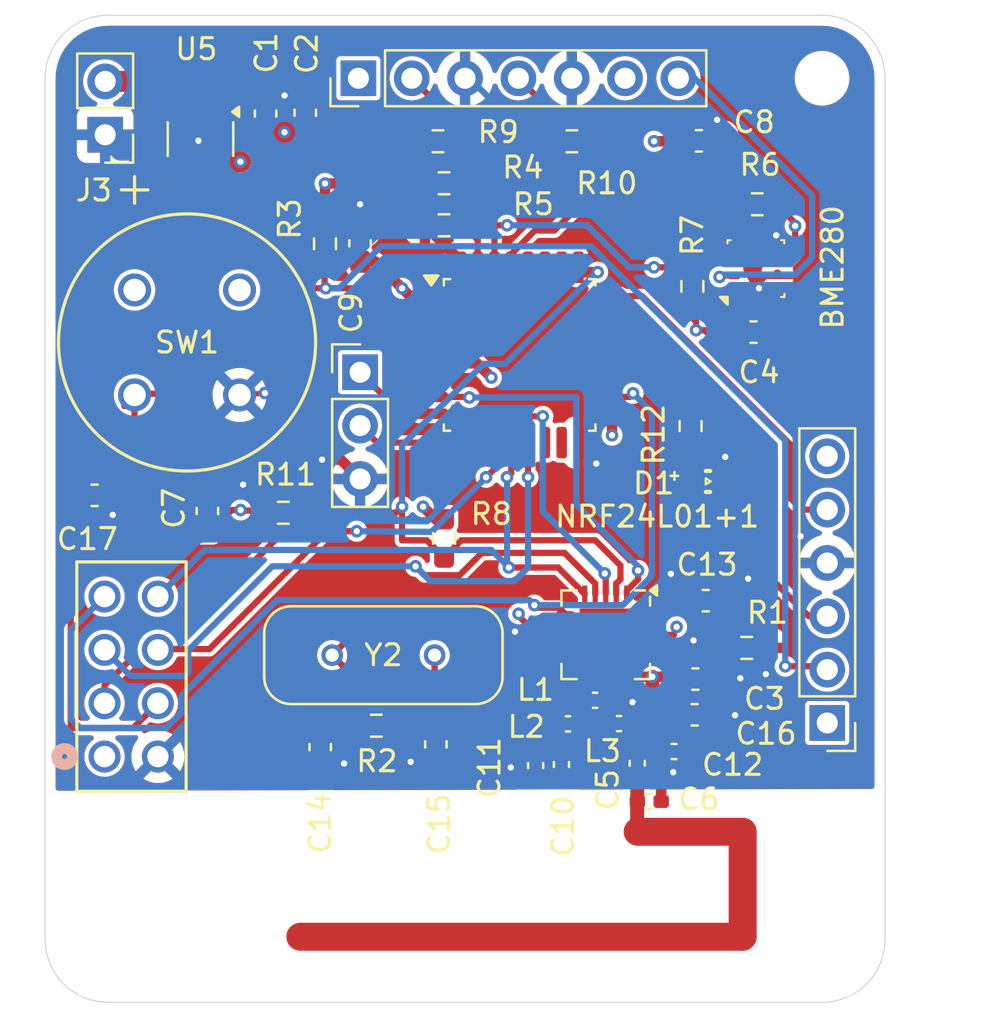
<source format=kicad_pcb>
(kicad_pcb (version 20240108) (generator "pcbnew") (generator_version "8.0")
  (layers (0 "F.Cu" signal) (1 "In1.Cu" signal) (2 "In2.Cu" signal) (31 "B.Cu" signal) (34 "B.Paste" user) (35 "F.Paste" user) (36 "B.SilkS" user "B.Silkscreen") (37 "F.SilkS" user "F.Silkscreen") (38 "B.Mask" user) (39 "F.Mask" user) (44 "Edge.Cuts" user))
  (net 0 "")
  (net 1 "+3V3")
  (net 2 "GND1")
  (net 3 "50 O out")
  (net 4 "SPI_SCK")
  (net 5 "SPI_MOSI")
  (net 6 "CS_NRF")
  (net 7 "NRF_CE")
  (net 8 "SPI_MISO")
  (net 9 "NRF_IRQ")
  (net 10 "I2C_SDA")
  (net 11 "I2C_SCL")
  (net 12 "SW_CLK")
  (net 13 "NRST")
  (net 15 "SW_DIO")
  (net 16 "UART_RX")
  (net 17 "UART_TX")
  (net 18 "PowerIn")
  (net 20 "Net-(STM32F030R8-BOOT0)")
  (net 31 "Net-(NRF24L01+1-VDD_PA)")
  (net 32 "Net-(NRF24L01+1-DVDD)")
  (net 33 "Net-(NRF24L01+1-XC2)")
  (net 34 "Net-(NRF24L01+1-XC1)")
  (net 35 "Net-(NRF24L01+1-ANT1)")
  (net 36 "Net-(NRF24L01+1-ANT2)")
  (net 37 "Net-(NRF24L01+1-IREF)")
  (net 38 "Net-(C12-Pad1)")
  (net 42 "Net-(D1-Pad2)")
  (net 44 "Net-(STM32F030R8-PA11)")
  (footprint "Capacitor_SMD:C_0603_1608Metric_Pad1.08x0.95mm_HandSolder" (layer "F.Cu") (at 170 80.8625 90)
    (property "Reference" "C9")
    (property "Value" "1uF")
  )
  (footprint "Package_DFN_QFN:QFN-20-1EP_4x4mm_P0.5mm_EP2.5x2.5mm" (layer "F.Cu") (at 181.7 99.5 -90)
    (property "Reference" "NRF24L01+1")
    (property "Value" "~")
  )
  (footprint "Inductor_SMD:L_0402_1005Metric_Pad0.77x0.64mm_HandSolder" (layer "F.Cu") (at 179.9025 103.74 180)
    (property "Reference" "L2")
    (property "Value" "2.7nH")
  )
  (footprint "Capacitor_SMD:C_0603_1608Metric_Pad1.08x0.95mm_HandSolder" (layer "F.Cu") (at 165.5 74.6825 90)
    (property "Reference" "C1")
    (property "Value" "1uF")
  )
  (footprint "Resistor_SMD:R_0603_1608Metric_Pad0.98x0.95mm_HandSolder" (layer "F.Cu") (at 188.4125 100.125)
    (property "Reference" "R1")
    (property "Value" "22k")
  )
  (footprint "Capacitor_SMD:C_0603_1608Metric_Pad1.08x0.95mm_HandSolder" (layer "F.Cu") (at 186.1375 75.98)
    (property "Reference" "C8")
    (property "Value" "1u")
  )
  (footprint "Capacitor_SMD:C_0603_1608Metric_Pad1.08x0.95mm_HandSolder" (layer "F.Cu") (at 188.7375 85.0875 180)
    (property "Reference" "C4")
    (property "Value" "1uF")
  )
  (footprint "Resistor_SMD:R_0603_1608Metric_Pad0.98x0.95mm_HandSolder" (layer "F.Cu") (at 174 80 180)
    (property "Reference" "R5")
    (property "Value" "10k")
  )
  (footprint "Capacitor_SMD:C_0603_1608Metric_Pad1.08x0.95mm_HandSolder" (layer "F.Cu") (at 162.73 93.6075 -90)
    (property "Reference" "C7")
    (property "Value" "1uF")
  )
  (footprint "MountingHole:MountingHole_2.2mm_M2" (layer "F.Cu") (at 158 114)
    (property "Reference" "H3" (hide yes))
    (property "Value" "MountingHole")
  )
  (footprint "Resistor_SMD:R_0603_1608Metric" (layer "F.Cu") (at 185.74 89.565 -90)
    (property "Reference" "R12")
    (property "Value" "1000")
  )
  (footprint "Capacitor_SMD:C_0603_1608Metric_Pad1.08x0.95mm_HandSolder" (layer "F.Cu") (at 185.9675 101.61 180)
    (property "Reference" "C3")
    (property "Value" "1uF")
  )
  (footprint "Capacitor_SMD:C_0402_1005Metric_Pad0.74x0.62mm_HandSolder" (layer "F.Cu") (at 178.36 105.7275 90)
    (property "Reference" "C11")
    (property "Value" "4.7pF")
  )
  (footprint "Capacitor_SMD:C_0402_1005Metric_Pad0.74x0.62mm_HandSolder" (layer "F.Cu") (at 183.2 105.6175 -90)
    (property "Reference" "C5")
    (property "Value" "1.5p")
  )
  (footprint "Connector_PinHeader_2.54mm:PinHeader_1x07_P2.54mm_Vertical" (layer "F.Cu") (at 169.92 73 90)
    (property "Reference" "J2" (hide yes))
    (property "Value" "BME Pin Header")
  )
  (footprint "Capacitor_SMD:C_0603_1608Metric_Pad1.08x0.95mm_HandSolder" (layer "F.Cu") (at 186.4625 97.875 180)
    (property "Reference" "C13")
    (property "Value" "33nF")
  )
  (footprint "Connector_PinHeader_2.54mm:PinHeader_1x06_P2.54mm_Vertical" (layer "F.Cu") (at 192.25 103.7 180)
    (property "Reference" "STLinkHeader1" (hide yes))
    (property "Value" "NOT SURE WHAT THIS IS")
  )
  (footprint "Capacitor_SMD:C_0603_1608Metric_Pad1.08x0.95mm_HandSolder" (layer "F.Cu") (at 185.9325 103.31 180)
    (property "Reference" "C16")
    (property "Value" "10uF")
  )
  (footprint "Resistor_SMD:R_0603_1608Metric_Pad0.98x0.95mm_HandSolder" (layer "F.Cu") (at 173.7075 76)
    (property "Reference" "R9")
    (property "Value" "4.7kO")
  )
  (footprint "Package_QFP:LQFP-32_7x7mm_P0.8mm" (layer "F.Cu") (at 177.6 86.175)
    (property "Reference" "STM32F030R8" (hide yes))
    (property "Value" "~")
  )
  (footprint "Package_TO_SOT_SMD:SOT-23-5" (layer "F.Cu") (at 162.4 75.8975 -90)
    (property "Reference" "U5")
    (property "Value" "MIC5205-3.3YM5")
  )
  (footprint "Capacitor_SMD:C_0402_1005Metric_Pad0.74x0.62mm_HandSolder" (layer "F.Cu") (at 183.7725 107.44)
    (property "Reference" "C6")
    (property "Value" "1pF")
  )
  (footprint "Connector_PinHeader_2.54mm:PinHeader_1x03_P2.54mm_Vertical" (layer "F.Cu") (at 170 87)
    (property "Reference" "UART1" (hide yes))
    (property "Value" "UART")
  )
  (footprint "Capacitor_SMD:C_0603_1608Metric_Pad1.08x0.95mm_HandSolder" (layer "F.Cu") (at 167.39 74.6425 90)
    (property "Reference" "C2")
    (property "Value" "10uF")
  )
  (footprint "Capacitor_SMD:C_0402_1005Metric_Pad0.74x0.62mm_HandSolder" (layer "F.Cu") (at 179.59 105.6775 90)
    (property "Reference" "C10")
    (property "Value" "2.2nF")
  )
  (footprint "Resistor_SMD:R_0603_1608Metric_Pad0.98x0.95mm_HandSolder" (layer "F.Cu") (at 174 78)
    (property "Reference" "R4")
    (property "Value" "no-pop")
  )
  (footprint "footprints:WL-SMCW_0603" (layer "F.Cu") (at 186.57 92.2 180)
    (property "Reference" "D1")
    (property "Value" "WL-SMCW_0603")
  )
  (footprint "Resistor_SMD:R_0603_1608Metric_Pad0.98x0.95mm_HandSolder" (layer "F.Cu") (at 168.33 80.8825 -90)
    (property "Reference" "R3")
    (property "Value" "10k")
  )
  (footprint "footprints:D6R90_CNK" (layer "F.Cu") (at 159.26 83.08001)
    (property "Reference" "SW1")
    (property "Value" "D6R90F2LFS")
  )
  (footprint "Inductor_SMD:L_0402_1005Metric_Pad0.77x0.64mm_HandSolder" (layer "F.Cu") (at 182.3325 103.73 180)
    (property "Reference" "L3")
    (property "Value" "3.9nH")
  )
  (footprint "MountingHole:MountingHole_2.2mm_M2" (layer "F.Cu") (at 192 114)
    (property "Reference" "H4" (hide yes))
    (property "Value" "MountingHole")
  )
  (footprint "Package_LGA:Bosch_LGA-8_2.5x2.5mm_P0.65mm_ClockwisePinNumbering" (layer "F.Cu") (at 188.85 82.0625 90)
    (property "Reference" "BME280")
    (property "Value" "BME280")
  )
  (footprint "Inductor_SMD:L_0402_1005Metric_Pad0.77x0.64mm_HandSolder" (layer "F.Cu") (at 181.1925 102.62)
    (property "Reference" "L1")
    (property "Value" "8.2nH")
  )
  (footprint "Resistor_SMD:R_0603_1608Metric_Pad0.98x0.95mm_HandSolder" (layer "F.Cu") (at 166.3475 93.69)
    (property "Reference" "R11")
    (property "Value" "4.7kO")
  )
  (footprint "Capacitor_SMD:C_0402_1005Metric_Pad0.74x0.62mm_HandSolder" (layer "F.Cu") (at 184.9525 105.06)
    (property "Reference" "C12")
    (property "Value" "1pF")
  )
  (footprint "footprints:CON8_2X4_TU_SSQ" (layer "F.Cu") (at 159.1 101.49 -90)
    (property "Reference" "J1" (hide yes))
    (property "Value" "NRF Pin Header")
  )
  (footprint "Resistor_SMD:R_0603_1608Metric_Pad0.98x0.95mm_HandSolder" (layer "F.Cu") (at 185.825 82.9125 90)
    (property "Reference" "R7")
    (property "Value" "4.7kO")
  )
  (footprint "Resistor_SMD:R_0603_1608Metric_Pad0.98x0.95mm_HandSolder" (layer "F.Cu") (at 174 94.9125 -90)
    (property "Reference" "R8")
    (property "Value" "4.7kO")
  )
  (footprint "Resistor_SMD:R_0603_1608Metric_Pad0.98x0.95mm_HandSolder" (layer "F.Cu") (at 170.7725 103.83)
    (property "Reference" "R2")
    (property "Value" "1M")
  )
  (footprint "Resistor_SMD:R_0603_1608Metric_Pad0.98x0.95mm_HandSolder" (layer "F.Cu") (at 188.9125 79 180)
    (property "Reference" "R6")
    (property "Value" "4.7kO")
  )
  (footprint "Capacitor_SMD:C_0603_1608Metric_Pad1.08x0.95mm_HandSolder" (layer "F.Cu") (at 173.61 104.7225 -90)
    (property "Reference" "C15")
    (property "Value" "22pF")
  )
  (footprint "Capacitor_SMD:C_0603_1608Metric_Pad1.08x0.95mm_HandSolder" (layer "F.Cu") (at 168.1 104.8525 -90)
    (property "Reference" "C14")
    (property "Value" "22pF")
  )
  (footprint "ECS-160-12-4X-GM:XTAL_ECS-160-12-4X-GM" (layer "F.Cu") (at 171.11 100.47)
    (property "Reference" "Y2")
    (property "Value" "16Mhz")
  )
  (footprint "Connector_PinHeader_2.54mm:PinHeader_1x02_P2.54mm_Vertical" (layer "F.Cu") (at 157.86 75.69 180)
    (property "Reference" "J3")
    (property "Value" "PowerHeader")
  )
  (footprint "Capacitor_SMD:C_0603_1608Metric_Pad1.08x0.95mm_HandSolder" (layer "F.Cu") (at 157.3575 92.86)
    (property "Reference" "C17")
    (property "Value" "100 nF")
  )
  (footprint "Resistor_SMD:R_0603_1608Metric_Pad0.98x0.95mm_HandSolder" (layer "F.Cu") (at 180.0875 76 180)
    (property "Reference" "R10")
    (property "Value" "4.7kO")
  )
  (footprint "MountingHole:MountingHole_2.2mm_M2" (layer "F.Cu") (at 192 73)
    (property "Reference" "H1" (hide yes))
    (property "Value" "MountingHole")
  )
  (gr_line (start 195 114) (end 195 73) (stroke (width 0.05)) (layer "Edge.Cuts"))
  (gr_arc (start 158 117) (mid 155.87868 116.12132) (end 155 114) (stroke (width 0.05)) (layer "Edge.Cuts"))
  (gr_line (start 192 70) (end 158 70) (stroke (width 0.05)) (layer "Edge.Cuts"))
  (gr_arc (start 155 73) (mid 155.87868 70.87868) (end 158 70) (stroke (width 0.05)) (layer "Edge.Cuts"))
  (gr_line (start 158 117) (end 192 117) (stroke (width 0.05)) (layer "Edge.Cuts"))
  (gr_arc (start 192 70) (mid 194.12132 70.87868) (end 195 73) (stroke (width 0.05)) (layer "Edge.Cuts"))
  (gr_arc (start 195 114) (mid 194.12132 116.12132) (end 192 117) (stroke (width 0.05)) (layer "Edge.Cuts"))
  (gr_line (start 155 73) (end 155 114) (stroke (width 0.05)) (layer "Edge.Cuts"))
  (segment (start 189.6 85.0875) (end 189.6 83.3125) (width 0.3) (layer "F.Cu") (net 1))
  (segment (start 190.72 80.03) (end 190.72 81.3675) (width 0.3) (layer "F.Cu") (net 1))
  (segment (start 176.25 87.25) (end 175.575 86.575) (width 0.5) (layer "F.Cu") (net 1))
  (segment (start 186.412568 85) (end 187.412568 86) (width 0.3) (layer "F.Cu") (net 1))
  (segment (start 174 94) (end 173.6 94) (width 0.5) (layer "F.Cu") (net 1))
  (segment (start 187.412568 86) (end 188.6875 86) (width 0.3) (layer "F.Cu") (net 1))
  (segment (start 190.72 81.3675) (end 190.35 81.7375) (width 0.3) (layer "F.Cu") (net 1))
  (segment (start 182 89) (end 182 90) (width 0.5) (layer "F.Cu") (net 1))
  (segment (start 184.95 99.25) (end 185.075 99.125) (width 0.2032) (layer "F.Cu") (net 1))
  (segment (start 190.72 79.895) (end 189.825 79) (width 0.3) (layer "F.Cu") (net 1))
  (segment (start 165.5 75.545) (end 166.375 75.545) (width 1) (layer "F.Cu") (net 1))
  (segment (start 184.62 103.31) (end 185.07 103.31) (width 0.2) (layer "F.Cu") (net 1))
  (segment (start 172 83) (end 172.375 83.375) (width 0.5) (layer "F.Cu") (net 1))
  (segment (start 190.72 80.03) (end 190.72 79.895) (width 0.3) (layer "F.Cu") (net 1))
  (segment (start 166.375 75.545) (end 166.4 75.57) (width 1) (layer "F.Cu") (net 1))
  (segment (start 181.975 88.975) (end 182 89) (width 0.2) (layer "F.Cu") (net 1))
  (segment (start 170.1625 81.875) (end 170 81.7125) (width 0.3) (layer "F.Cu") (net 1))
  (segment (start 184.95 99.5) (end 184.95 99.25) (width 0.2032) (layer "F.Cu") (net 1))
  (segment (start 181.73 76.73) (end 184.525 76.73) (width 0.3) (layer "F.Cu") (net 1))
  (segment (start 170 81.725) (end 170.725 81.725) (width 0.5) (layer "F.Cu") (net 1))
  (segment (start 166.425 75.545) (end 167.35 75.545) (width 1) (layer "F.Cu") (net 1))
  (segment (start 167.35 75.545) (end 167.39 75.505) (width 1) (layer "F.Cu") (net 1))
  (segment (start 183.92 101.5) (end 183.92 102.61) (width 0.6666) (layer "F.Cu") (net 1))
  (segment (start 173.0875 76.2925) (end 172.795 76) (width 0.5) (layer "F.Cu") (net 1))
  (segment (start 164.3 76.975) (end 164.25 77.025) (width 0.3) (layer "F.Cu") (net 1))
  (segment (start 182.89 101.5) (end 184.675 101.5) (width 0.5) (layer "F.Cu") (net 1))
  (segment (start 179.7625 99) (end 177.95 99) (width 0.3) (layer "F.Cu") (net 1))
  (segment (start 185 73.16) (end 185.16 73) (width 0.3) (layer "F.Cu") (net 1))
  (segment (start 185.825 83.825) (end 185.825 84.412432) (width 0.3) (layer "F.Cu") (net 1))
  (segment (start 187.1925 82.3875) (end 187.12 82.46) (width 0.3) (layer "F.Cu") (net 1))
  (segment (start 164.285394 93.584606) (end 164.31 93.56) (width 0.3) (layer "F.Cu") (net 1))
  (segment (start 164.31 93.56) (end 164.334606 93.584606) (width 0.3) (layer "F.Cu") (net 1))
  (segment (start 188.6875 86) (end 189.6 85.0875) (width 0.3) (layer "F.Cu") (net 1))
  (segment (start 186 84.587432) (end 186 85) (width 0.3) (layer "F.Cu") (net 1))
  (segment (start 185.825 84.412432) (end 186 84.587432) (width 0.3) (layer "F.Cu") (net 1))
  (segment (start 187.825 82.3875) (end 187.1925 82.3875) (width 0.3) (layer "F.Cu") (net 1))
  (segment (start 170.725 81.725) (end 172 83) (width 0.5) (layer "F.Cu") (net 1))
  (segment (start 190.35 81.7375) (end 189.875 81.7375) (width 0.3) (layer "F.Cu") (net 1))
  (segment (start 173.0775 78.01) (end 173.0875 78) (width 0.5) (layer "F.Cu") (net 1))
  (segment (start 164.31 93.56) (end 163.89 93.56) (width 0.3) (layer "F.Cu") (net 1))
  (segment (start 183.6375 99.5) (end 184.95 99.5) (width 0.3) (layer "F.Cu") (net 1))
  (segment (start 168.33 78.01) (end 168.33 79.97) (width 0.5) (layer "F.Cu") (net 1))
  (segment (start 181.775 88.975) (end 181.975 88.975) (width 0.2) (layer "F.Cu") (net 1))
  (segment (start 182.86 101.53) (end 182.89 101.5) (width 0.5) (layer "F.Cu") (net 1))
  (segment (start 175.575 86.575) (end 173.425 86.575) (width 0.5) (layer "F.Cu") (net 1))
  (segment (start 172.375 83.375) (end 173.425 83.375) (width 0.5) (layer "F.Cu") (net 1))
  (segment (start 165.329606 93.584606) (end 165.435 93.69) (width 0.3) (layer "F.Cu") (net 1))
  (segment (start 166.4 75.57) (end 166.425 75.545) (width 1) (layer "F.Cu") (net 1))
  (segment (start 181 76) (end 181.73 76.73) (width 0.3) (layer "F.Cu") (net 1))
  (segment (start 182.7 101.4375) (end 182.7175 101.42) (width 0.2) (layer "F.Cu") (net 1))
  (segment (start 173.0875 78) (end 173.0875 76.2925) (width 0.5) (layer "F.Cu") (net 1))
  (segment (start 183.92 102.61) (end 184.62 103.31) (width 0.6666) (layer "F.Cu") (net 1))
  (segment (start 168.33 78.01) (end 173.0775 78.01) (width 0.5) (layer "F.Cu") (net 1))
  (segment (start 185.275 76) (end 184 76) (width 0.5) (layer "F.Cu") (net 1))
  (segment (start 185.16 73) (end 185.16 73.16) (width 0.3) (layer "F.Cu") (net 1))
  (segment (start 163.89 93.56) (end 162.89 94.56) (width 0.3) (layer "F.Cu") (net 1))
  (segment (start 189.6 83.3125) (end 189.875 83.0375) (width 0.3) (layer "F.Cu") (net 1))
  (segment (start 184.675 101.5) (end 185.1 101.925) (width 0.5) (layer "F.Cu") (net 1))
  (segment (start 163.25 77.025) (end 164.3 76.975) (width 1) (layer "F.Cu") (net 1))
  (segment (start 164.334606 93.584606) (end 165.329606 93.584606) (width 0.3) (layer "F.Cu") (net 1))
  (segment (start 182.7 101.4375) (end 182.7975 101.4375) (width 0.2) (layer "F.Cu") (net 1))
  (segment (start 173.6 94) (end 173 93.4) (width 0.5) (layer "F.Cu") (net 1))
  (segment (start 177.95 99) (end 177.575 98.625) (width 0.3) (layer "F.Cu") (net 1))
  (segment (start 186 85) (end 186.412568 85) (width 0.3) (layer "F.Cu") (net 1))
  (segment (start 184.525 76.73) (end 185.275 75.98) (width 0.3) (layer "F.Cu") (net 1))
  (via (at 186 85) (size 0.6) (drill 0.3) (layers "F.Cu" "B.Cu") (net 1))
  (via (at 187.12 82.46) (size 0.6) (drill 0.3) (layers "F.Cu" "B.Cu") (net 1))
  (via (at 185.075 99.125) (size 0.6) (drill 0.3) (layers "F.Cu" "B.Cu") (net 1))
  (via (at 164.3 76.975) (size 0.6) (drill 0.3) (layers "F.Cu" "B.Cu") (net 1))
  (via (at 172 83) (size 0.6) (drill 0.3) (layers "F.Cu" "B.Cu") (net 1))
  (via (at 184 76) (size 0.6) (drill 0.3) (layers "F.Cu" "B.Cu") (net 1))
  (via (at 168.33 78.01) (size 0.6) (drill 0.3) (layers "F.Cu" "B.Cu") (net 1))
  (via (at 176.25 87.25) (size 0.6) (drill 0.3) (layers "F.Cu" "B.Cu") (net 1))
  (via (at 164.31 93.56) (size 0.6) (drill 0.3) (layers "F.Cu" "B.Cu") (net 1))
  (via (at 173 93.4) (size 0.6) (drill 0.3) (layers "F.Cu" "B.Cu") (net 1))
  (via (at 166.4 75.57) (size 0.6) (drill 0.3) (layers "F.Cu" "B.Cu") (net 1))
  (via (at 182 90) (size 0.6) (drill 0.3) (layers "F.Cu" "B.Cu") (net 1))
  (via (at 183.92 101.5) (size 0.6) (drill 0.3) (layers "F.Cu" "B.Cu") (net 1))
  (via (at 177.55 98.5) (size 0.6) (drill 0.3) (layers "F.Cu" "B.Cu") (net 1))
  (via (at 190.72 80.03) (size 0.6) (drill 0.3) (layers "F.Cu" "B.Cu") (net 1))
  (segment (start 187.12 82.46) (end 187.23 82.35) (width 0.3) (layer "B.Cu") (net 1))
  (segment (start 191.53 78.590761) (end 185.939239 73) (width 0.3) (layer "B.Cu") (net 1))
  (segment (start 185.939239 73) (end 185.16 73) (width 0.3) (layer "B.Cu") (net 1))
  (segment (start 190.72 82.35) (end 191.53 81.54) (width 0.3) (layer "B.Cu") (net 1))
  (segment (start 187.23 82.35) (end 190.72 82.35) (width 0.3) (layer "B.Cu") (net 1))
  (segment (start 191.53 81.54) (end 191.53 78.590761) (width 0.3) (layer "B.Cu") (net 1))
  (segment (start 182.2 101.935096) (end 182.974904 102.71) (width 0.3) (layer "F.Cu") (net 2))
  (segment (start 187.825 83.0375) (end 188.0375 83.0375) (width 0.3) (layer "F.Cu") (net 2))
  (segment (start 172.41 105.58) (end 172.41 105.58) (width 0.3) (layer "F.Cu") (net 2))
  (segment (start 189 82.7125) (end 189.325 82.3875) (width 0.3) (layer "F.Cu") (net 2))
  (segment (start 188.7125 83) (end 189 83) (width 0.3) (layer "F.Cu") (net 2))
  (segment (start 178.41 106.245) (end 178.36 106.295) (width 0.5) (layer "F.Cu") (net 2))
  (segment (start 185.52 105.44) (end 185.52 105.06) (width 0.5) (layer "F.Cu") (net 2))
  (segment (start 169.24 105.63) (end 169.245 105.625) (width 0.3) (layer "F.Cu") (net 2))
  (segment (start 163.91 88.02) (end 165.44 88.02) (width 0.25) (layer "F.Cu") (net 2))
  (segment (start 164.43 92.35) (end 163.375 92.35) (width 0.3) (layer "F.Cu") (net 2))
  (segment (start 168.11 105.625) (end 169.235 105.625) (width 0.3) (layer "F.Cu") (net 2))
  (segment (start 187.325 97.875) (end 187.435 97.875) (width 0.3) (layer "F.Cu") (net 2))
  (segment (start 189.81 80.48) (end 189.8 80.47) (width 0.3) (layer "F.Cu") (net 2))
  (segment (start 187.325 98.125) (end 187.325 97.875) (width 0.3) (layer "F.Cu") (net 2))
  (segment (start 180.65 90.75) (end 180.75 90.85) (width 0.5) (layer "F.Cu") (net 2))
  (segment (start 174.62 73.38) (end 175 73) (width 0.3) (layer "F.Cu") (net 2))
  (segment (start 187.39 91.03) (end 187.39 91.02) (width 0.6666) (layer "F.Cu") (net 2))
  (segment (start 187.37 91.04) (end 187.38 91.03) (width 0.6666) (layer "F.Cu") (net 2))
  (segment (start 170 92.08) (end 169.08 91.16) (width 0.5) (layer "F.Cu") (net 2))
  (segment (start 186.795 103.31) (end 187.84 103.31) (width 0.6666) (layer "F.Cu") (net 2))
  (segment (start 183.6375 100) (end 185.7 100) (width 0.3) (layer "F.Cu") (net 2))
  (segment (start 177.56 106.2) (end 177.18 105.82) (width 0.5) (layer "F.Cu") (net 2))
  (segment (start 165.47 87.99) (end 165.5 88.02) (width 0.25) (layer "F.Cu") (net 2))
  (segment (start 182.2 101.4375) (end 182.2 101.935096) (width 0.3) (layer "F.Cu") (net 2))
  (segment (start 189.82 80.49) (end 189.82 80.48) (width 0.3) (layer "F.Cu") (net 2))
  (segment (start 189.875 81.0875) (end 189.875 80.545) (width 0.3) (layer "F.Cu") (net 2))
  (segment (start 189 83) (end 189 82.7125) (width 0.3) (layer "F.Cu") (net 2))
  (segment (start 188.0375 83.0375) (end 188.35625 83.35625) (width 0.3) (layer "F.Cu") (net 2))
  (segment (start 163.375 92.35) (end 162.89 92.835) (width 0.3) (layer "F.Cu") (net 2))
  (segment (start 169.245 105.625) (end 169.255 105.625) (width 0.3) (layer "F.Cu") (net 2))
  (segment (start 185.88 99.82) (end 185.88 99.77) (width 0.3) (layer "F.Cu") (net 2))
  (segment (start 170 80) (end 173.0875 80) (width 0.5) (layer "F.Cu") (net 2))
  (segment (start 184.8 96.6) (end 183.62 97.78) (width 0.5) (layer "F.Cu") (net 2))
  (segment (start 167.35 73.82) (end 167.39 73.78) (width 1) (layer "F.Cu") (net 2))
  (segment (start 185.88 99.77) (end 185.93 99.77) (width 0.3) (layer "F.Cu") (net 2))
  (segment (start 187.875 85.0875) (end 187.875 83.8375) (width 0.3) (layer "F.Cu") (net 2))
  (segment (start 184.34 106.62) (end 184.915 106.045) (width 0.5) (layer "F.Cu") (net 2))
  (segment (start 178.06 106.2) (end 177.56 106.2) (width 0.5) (layer "F.Cu") (net 2))
  (segment (start 173.62 105.535) (end 172.455 105.535) (width 0.3) (layer "F.Cu") (net 2))
  (segment (start 172.41 105.55) (end 172.41 105.58) (width 0.3) (layer "F.Cu") (net 2))
  (segment (start 179.545 106.2) (end 179.59 106.245) (width 0.5) (layer "F.Cu") (net 2))
  (segment (start 182.99 102.71) (end 182.974904 102.71) (width 0.3) (layer "F.Cu") (net 2))
  (segment (start 165.5 88.02) (end 165.52 88.02) (width 0.25) (layer "F.Cu") (net 2))
  (segment (start 162.4 75.875) (end 162.3 75.975) (width 0.6666) (layer "F.Cu") (net 2))
  (segment (start 188.35625 83.35625) (end 188.7125 83) (width 0.3) (layer "F.Cu") (net 2))
  (segment (start 187.84 103.31) (end 187.86 103.33) (width 0.2) (layer "F.Cu") (net 2))
  (segment (start 172.455 105.535) (end 172.44 105.55) (width 0.3) (layer "F.Cu") (net 2))
  (segment (start 189.875 80.545) (end 189.82 80.49) (width 0.3) (layer "F.Cu") (net 2))
  (segment (start 187.875 83.8375) (end 188.35625 83.35625) (width 0.3) (layer "F.Cu") (net 2))
  (segment (start 169.255 105.625) (end 169.29 105.66) (width 0.3) (layer "F.Cu") (net 2))
  (segment (start 165.44 88.02) (end 165.47 87.99) (width 0.25) (layer "F.Cu") (net 2))
  (segment (start 177.38 99.35) (end 177.53 99.5) (width 0.3) (layer "F.Cu") (net 2))
  (segment (start 189.325 82.3875) (end 189.875 82.3875) (width 0.3) (layer "F.Cu") (net 2))
  (segment (start 180.75 90.85) (end 181.25 91.35) (width 0.5) (layer "F.Cu") (net 2))
  (segment (start 162.4 74.76) (end 162.4 75.875) (width 0.6666) (layer "F.Cu") (net 2))
  (segment (start 183.62 97.78) (end 183.62 98.36) (width 0.5) (layer "F.Cu") (net 2))
  (segment (start 189.82 80.48) (end 189.81 80.48) (width 0.3) (layer "F.Cu") (net 2))
  (segment (start 185.7 100) (end 185.88 99.82) (width 0.3) (layer "F.Cu") (net 2))
  (segment (start 178.36 106.295) (end 178.36 106.5) (width 0.2) (layer "F.Cu") (net 2))
  (segment (start 187.39 91.02) (end 187.38 91.03) (width 0.6666) (layer "F.Cu") (net 2))
  (segment (start 189.325 100.125) (end 187.45 98.25) (width 0.3) (layer "F.Cu") (net 2))
  (segment (start 187.435 97.875) (end 188.48 96.83) (width 0.3) (layer "F.Cu") (net 2))
  (segment (start 166.4 73.82) (end 165.5 73.82) (width 1) (layer "F.Cu") (net 2))
  (segment (start 158.22 93.83) (end 158.16 93.89) (width 0.3) (layer "F.Cu") (net 2))
  (segment (start 188.11 101.57) (end 187.18 101.57) (width 0.5) (layer "F.Cu") (net 2))
  (segment (start 169.235 105.625) (end 169.24 105.63) (width 0.3) (layer "F.Cu") (net 2))
  (segment (start 166.4 73.82) (end 167.35 73.82) (width 1) (layer "F.Cu") (net 2))
  (segment (start 179.59 106.245) (end 178.41 106.245) (width 0.5) (layer "F.Cu") (net 2))
  (segment (start 174.8 81.7125) (end 173.0875 80) (width 0.5) (layer "F.Cu") (net 2))
  (segment (start 184.8 96.6) (end 184.7 96.5) (width 0.3) (layer "F.Cu") (net 2))
  (segment (start 169.08 91.16) (end 168.19 91.16) (width 0.5) (layer "F.Cu") (net 2))
  (segment (start 189.325 100.125) (end 189.325 101.375) (width 0.3) (layer "F.Cu") (net 2))
  (segment (start 187.45 98.25) (end 187.325 98.125) (width 0.3) (layer "F.Cu") (net 2))
  (segment (start 187.38 91.03) (end 187.39 91.03) (width 0.6666) (layer "F.Cu") (net 2))
  (segment (start 170 80) (end 170 79) (width 0.5) (layer "F.Cu") (net 2))
  (segment (start 187 75.98) (end 187 74.98) (width 0.3) (layer "F.Cu") (net 2))
  (segment (start 184.915 106.045) (end 185.52 105.44) (width 0.5) (layer "F.Cu") (net 2))
  (segment (start 158.22 92.86) (end 158.22 93.79) (width 0.3) (layer "F.Cu") (net 2))
  (segment (start 158.22 93.79) (end 158.22 93.83) (width 0.3) (layer "F.Cu") (net 2))
  (segment (start 177.53 99.5) (end 179.7625 99.5) (width 0.3) (layer "F.Cu") (net 2))
  (segment (start 162.35 76.025) (end 162.3 75.975) (width 0.3) (layer "F.Cu") (net 2))
  (segment (start 187.37 92.2) (end 187.37 91.04) (width 0.6666) (layer "F.Cu") (net 2))
  (segment (start 174.8 82) (end 174.8 81.7125) (width 0.5) (layer "F.Cu") (net 2))
  (segment (start 184.34 107.44) (end 184.34 106.62) (width 0.5) (layer "F.Cu") (net 2))
  (segment (start 172.44 105.55) (end 172.41 105.55) (width 0.3) (layer "F.Cu") (net 2))
  (via (at 177.38 99.35) (size 0.6) (drill 0.3) (layers "F.Cu" "B.Cu") (net 2))
  (via (at 185.88 99.77) (size 0.6) (drill 0.3) (layers "F.Cu" "B.Cu") (net 2))
  (via (at 177.18 105.82) (size 0.6) (drill 0.3) (layers "F.Cu" "B.Cu") (net 2))
  (via (at 165.47 87.99) (size 0.6) (drill 0.3) (layers "F.Cu" "B.Cu") (net 2))
  (via (at 184.8 96.6) (size 0.6) (drill 0.3) (layers "F.Cu" "B.Cu") (net 2))
  (via (at 188.11 101.57) (size 0.6) (drill 0.3) (layers "F.Cu" "B.Cu") (net 2))
  (via (at 169.24 105.63) (size 0.6) (drill 0.3) (layers "F.Cu" "B.Cu") (net 2))
  (via (at 170 79) (size 0.6) (drill 0.3) (layers "F.Cu" "B.Cu") (net 2))
  (via (at 188.48 96.83) (size 0.6) (drill 0.3) (layers "F.Cu" "B.Cu") (net 2))
  (via (at 162.3 75.975) (size 0.6) (drill 0.3) (layers "F.Cu" "B.Cu") (net 2))
  (via (at 190.98 94.81) (size 0.6) (drill 0.3) (layers "F.Cu" "B.Cu") (net 2))
  (via (at 189.325 101.375) (size 0.6) (drill 0.3) (layers "F.Cu" "B.Cu") (net 2))
  (via (at 181.25 91.35) (size 0.6) (drill 0.3) (layers "F.Cu" "B.Cu") (net 2))
  (via (at 189 83) (size 0.6) (drill 0.3) (layers "F.Cu" "B.Cu") (net 2))
  (via (at 158.22 93.79) (size 0.6) (drill 0.3) (layers "F.Cu" "B.Cu") (net 2))
  (via (at 189.82 80.48) (size 0.6) (drill 0.3) (layers "F.Cu" "B.Cu") (net 2))
  (via (at 166.4 73.82) (size 0.6) (drill 0.3) (layers "F.Cu" "B.Cu") (net 2))
  (via (at 164.43 92.35) (size 0.6) (drill 0.3) (layers "F.Cu" "B.Cu") (net 2))
  (via (at 184.915 106.045) (size 0.6) (drill 0.3) (layers "F.Cu" "B.Cu") (net 2))
  (via (at 172.41 105.55) (size 0.6) (drill 0.3) (layers "F.Cu" "B.Cu") (net 2))
  (via (at 187.39 91.03) (size 0.6) (drill 0.3) (layers "F.Cu" "B.Cu") (net 2))
  (via (at 187.86 103.33) (size 0.6) (drill 0.3) (layers "F.Cu" "B.Cu") (net 2))
  (via (at 182.974904 102.71) (size 0.6) (drill 0.3) (layers "F.Cu" "B.Cu") (net 2))
  (via (at 187 74.98) (size 0.6) (drill 0.3) (layers "F.Cu" "B.Cu") (net 2))
  (via (at 168.19 91.16) (size 0.6) (drill 0.3) (layers "F.Cu" "B.Cu") (net 2))
  (segment (start 161.855 76.42) (end 158.59 76.42) (width 1) (layer "B.Cu") (net 2))
  (segment (start 175.21 73) (end 175 73) (width 0.3) (layer "B.Cu") (net 2))
  (segment (start 189.82 80.48) (end 182.69 80.48) (width 0.3) (layer "B.Cu") (net 2))
  (segment (start 182.69 80.48) (end 175.21 73) (width 0.3) (layer "B.Cu") (net 2))
  (segment (start 158.59 76.42) (end 157.86 75.69) (width 1) (layer "B.Cu") (net 2))
  (segment (start 162.3 75.975) (end 161.855 76.42) (width 1) (layer "B.Cu") (net 2))
  (segment (start 183.195 107.405) (end 183.195 108.88) (width 0.6666) (layer "F.Cu") (net 3))
  (segment (start 183.2 107.435) (end 183.205 107.44) (width 0.2) (layer "F.Cu") (net 3))
  (segment (start 188.22 108.88) (end 188.22 113.88) (width 1.3332) (layer "F.Cu") (net 3))
  (segment (start 183.2 106.185) (end 183.2 107.435) (width 0.6666) (layer "F.Cu") (net 3))
  (segment (start 188.22 108.88) (end 183.22 108.88) (width 1.3332) (layer "F.Cu") (net 3))
  (segment (start 188.22 113.88) (end 167.1553 113.88) (width 1.3332) (layer "F.Cu") (net 3))
  (segment (start 160.41 100.18) (end 160.37 100.22) (width 0.3) (layer "F.Cu") (net 4))
  (segment (start 162.82 100.18) (end 160.41 100.18) (width 0.3) (layer "F.Cu") (net 4))
  (segment (start 176.4 90.35) (end 176.4 89.600001) (width 0.3) (layer "F.Cu") (net 4))
  (segment (start 168.43 94.57) (end 162.82 100.18) (width 0.3) (layer "F.Cu") (net 4))
  (segment (start 176 92) (end 176.4 91.6) (width 0.3) (layer "F.Cu") (net 4))
  (segment (start 176.900001 89.1) (end 178.7 89.1) (width 0.3) (layer "F.Cu") (net 4))
  (segment (start 169.84 94.57) (end 168.43 94.57) (width 0.3) (layer "F.Cu") (net 4))
  (segment (start 176.4 89.600001) (end 176.900001 89.1) (width 0.3) (layer "F.Cu") (net 4))
  (segment (start 176.4 91.6) (end 176.4 90.35) (width 0.3) (layer "F.Cu") (net 4))
  (segment (start 181.7 97.5625) (end 181.7 96.7) (width 0.3) (layer "F.Cu") (net 4))
  (via (at 178.7 89.1) (size 0.6) (drill 0.3) (layers "F.Cu" "B.Cu") (net 4))
  (via (at 176 92) (size 0.6) (drill 0.3) (layers "F.Cu" "B.Cu") (net 4))
  (via (at 181.653296 96.581318) (size 0.6) (drill 0.3) (layers "F.Cu" "B.Cu") (net 4))
  (via (at 169.84 94.57) (size 0.6) (drill 0.3) (layers "F.Cu" "B.Cu") (net 4))
  (segment (start 176 92) (end 173.4 94.6) (width 0.3) (layer "B.Cu") (net 4))
  (segment (start 173.4 94.6) (end 169.84 94.57) (width 0.3) (layer "B.Cu") (net 4))
  (segment (start 169.84 94.57) (end 169.85 94.6) (width 0.3) (layer "B.Cu") (net 4))
  (segment (start 178.7 89.1) (end 178.7 89.2) (width 0.3) (layer "B.Cu") (net 4))
  (segment (start 178.7 93.628022) (end 178.7 89.1) (width 0.3) (layer "B.Cu") (net 4))
  (segment (start 181.653296 96.581318) (end 178.7 93.628022) (width 0.3) (layer "B.Cu") (net 4))
  (segment (start 178 90.35) (end 178 92) (width 0.3) (layer "F.Cu") (net 5))
  (segment (start 181.2 97.064904) (end 181.2 97.5625) (width 0.3) (layer "F.Cu") (net 5))
  (segment (start 174.7375 96.6625) (end 175.8 95.6) (width 0.3) (layer "F.Cu") (net 5))
  (segment (start 172.64 96.24) (end 173.0625 96.6625) (width 0.3) (layer "F.Cu") (net 5))
  (segment (start 179.735096 95.6) (end 181.2 97.064904) (width 0.3) (layer "F.Cu") (net 5))
  (segment (start 175.8 95.6) (end 179.735096 95.6) (width 0.3) (layer "F.Cu") (net 5))
  (segment (start 173.0625 96.6625) (end 174.7375 96.6625) (width 0.3) (layer "F.Cu") (net 5))
  (via (at 178 92) (size 0.6) (drill 0.3) (layers "F.Cu" "B.Cu") (net 5))
  (via (at 172.64 96.24) (size 0.6) (drill 0.3) (layers "F.Cu" "B.Cu") (net 5))
  (segment (start 172.64 96.24) (end 173.34712 96.94712) (width 0.3) (layer "B.Cu") (net 5))
  (segment (start 161.65 101.46) (end 159.07 101.46) (width 0.3) (layer "B.Cu") (net 5))
  (segment (start 165.82 96.24) (end 161.818 100.242) (width 0.3) (layer "B.Cu") (net 5))
  (segment (start 173.34712 96.94712) (end 177.35288 96.94712) (width 0.3) (layer "B.Cu") (net 5))
  (segment (start 161.818 100.242) (end 161.818 101.292) (width 0.3) (layer "B.Cu") (net 5))
  (segment (start 161.818 101.292) (end 161.65 101.46) (width 0.3) (layer "B.Cu") (net 5))
  (segment (start 159.07 101.46) (end 157.83 100.22) (width 0.3) (layer "B.Cu") (net 5))
  (segment (start 178 96.3) (end 178 92) (width 0.3) (layer "B.Cu") (net 5))
  (segment (start 177.35288 96.94712) (end 178 96.3) (width 0.3) (layer "B.Cu") (net 5))
  (segment (start 172.64 96.24) (end 165.82 96.24) (width 0.3) (layer "B.Cu") (net 5))
  (segment (start 182.4 96.2) (end 182.4 96.864904) (width 0.3) (layer "F.Cu") (net 6))
  (segment (start 167.26 93.69) (end 171.71 93.69) (width 0.3) (layer "F.Cu") (net 6))
  (segment (start 173.175 95) (end 173 95) (width 0.3) (layer "F.Cu") (net 6))
  (segment (start 182.4 96.864904) (end 182.2 97.064904) (width 0.3) (layer "F.Cu") (net 6))
  (segment (start 157.83 101.91) (end 157.83 102.76) (width 0.3) (layer "F.Cu") (net 6))
  (segment (start 174 95.825) (end 173.175 95) (width 0.3) (layer "F.Cu") (net 6))
  (segment (start 167.26 93.69) (end 161.882 99.068) (width 0.3) (layer "F.Cu") (net 6))
  (segment (start 159.18 100.56) (end 157.83 101.91) (width 0.3) (layer "F.Cu") (net 6))
  (segment (start 159.212 99.068) (end 159.18 99.1) (width 0.3) (layer "F.Cu") (net 6))
  (segment (start 174.825 95) (end 181.2 95) (width 0.3) (layer "F.Cu") (net 6))
  (segment (start 159.18 99.1) (end 159.18 100.56) (width 0.3) (layer "F.Cu") (net 6))
  (segment (start 172 93.4) (end 172 95) (width 0.3) (layer "F.Cu") (net 6))
  (segment (start 182.2 97.064904) (end 182.2 97.5625) (width 0.3) (layer "F.Cu") (net 6))
  (segment (start 181.2 95) (end 182.4 96.2) (width 0.3) (layer "F.Cu") (net 6))
  (segment (start 173 95) (end 172 95) (width 0.3) (layer "F.Cu") (net 6))
  (segment (start 161.882 99.068) (end 159.212 99.068) (width 0.3) (layer "F.Cu") (net 6))
  (segment (start 174 95.825) (end 174.825 95) (width 0.3) (layer "F.Cu") (net 6))
  (segment (start 180.63462 82.23462) (end 180.4 82) (width 0.5) (layer "F.Cu") (net 6))
  (segment (start 171.71 93.69) (end 172 93.4) (width 0.3) (layer "F.Cu") (net 6))
  (segment (start 181.31538 82.23462) (end 180.63462 82.23462) (width 0.5) (layer "F.Cu") (net 6))
  (via (at 181.31538 82.23462) (size 0.6) (drill 0.3) (layers "F.Cu" "B.Cu") (net 6))
  (via (at 172 93.4) (size 0.6) (drill 0.3) (layers "F.Cu" "B.Cu") (net 6))
  (segment (start 176.9 86.6) (end 175.880761 86.6) (width 0.3) (layer "B.Cu") (net 6))
  (segment (start 181.26538 82.23462) (end 176.9 86.6) (width 0.3) (layer "B.Cu") (net 6))
  (segment (start 172 90.480761) (end 172 93.4) (width 0.3) (layer "B.Cu") (net 6))
  (segment (start 175.880761 86.6) (end 172 90.480761) (width 0.3) (layer "B.Cu") (net 6))
  (segment (start 181.31538 82.23462) (end 181.26538 82.23462) (width 0.3) (layer "B.Cu") (net 6))
  (segment (start 166.37 88.06) (end 166.37 88.86) (width 0.3) (layer "F.Cu") (net 7))
  (segment (start 160.733587 93.023587) (end 160.063807 93.023587) (width 0.3) (layer "F.Cu") (net 7))
  (segment (start 182.7 97.4) (end 182.7 97.5625) (width 0.3) (layer "F.Cu") (net 7))
  (segment (start 168.93 85.5) (end 166.37 88.06) (width 0.3) (layer "F.Cu") (net 7))
  (segment (start 156.22 96.867394) (end 156.22 103.94) (width 0.3) (layer "F.Cu") (net 7))
  (segment (start 166.37 88.86) (end 164.47 90.76) (width 0.3) (layer "F.Cu") (net 7))
  (segment (start 171.5 85.5) (end 168.93 85.5) (width 0.3) (layer "F.Cu") (net 7))
  (segment (start 183.24038 96.44038) (end 183.24038 96.85962) (width 0.3) (layer "F.Cu") (net 7))
  (segment (start 164.47 90.76) (end 162.997174 90.76) (width 0.3) (layer "F.Cu") (net 7))
  (segment (start 156.22 103.94) (end 159.19 103.94) (width 0.3) (layer "F.Cu") (net 7))
  (segment (start 171.5 87.5) (end 171.5 85.5) (width 0.3) (layer "F.Cu") (net 7))
  (segment (start 172.175 88.175) (end 171.5 87.5) (width 0.3) (layer "F.Cu") (net 7))
  (segment (start 162.997174 90.76) (end 160.733587 93.023587) (width 0.3) (layer "F.Cu") (net 7))
  (segment (start 160.063807 93.023587) (end 156.22 96.867394) (width 0.3) (layer "F.Cu") (net 7))
  (segment (start 173.425 88.175) (end 175.175 88.175) (width 0.3) (layer "F.Cu") (net 7))
  (segment (start 175.175 88.175) (end 175.2 88.2) (width 0.3) (layer "F.Cu") (net 7))
  (segment (start 183.24038 96.85962) (end 182.7 97.4) (width 0.3) (layer "F.Cu") (net 7))
  (segment (start 159.19 103.94) (end 160.37 102.76) (width 0.3) (layer "F.Cu") (net 7))
  (segment (start 173.425 88.175) (end 172.175 88.175) (width 0.3) (layer "F.Cu") (net 7))
  (via (at 183.24038 96.44038) (size 0.6) (drill 0.3) (layers "F.Cu" "B.Cu") (net 7))
  (via (at 175.2 88.2) (size 0.6) (drill 0.3) (layers "F.Cu" "B.Cu") (net 7))
  (segment (start 180.3 93.3) (end 180.3 88.2) (width 0.3) (layer "B.Cu") (net 7))
  (segment (start 183.24038 96.24038) (end 180.3 93.3) (width 0.3) (layer "B.Cu") (net 7))
  (segment (start 180.3 88.2) (end 175.2 88.2) (width 0.3) (layer "B.Cu") (net 7))
  (segment (start 183.24038 96.44038) (end 183.24038 96.24038) (width 0.3) (layer "B.Cu") (net 7))
  (segment (start 179.43462 96.29712) (end 177.083568 96.29712) (width 0.3) (layer "F.Cu") (net 8))
  (segment (start 180.7 97.5625) (end 179.43462 96.29712) (width 0.3) (layer "F.Cu") (net 8))
  (segment (start 177.2 90.35) (end 177.2 91.8) (width 0.3) (layer "F.Cu") (net 8))
  (segment (start 177.2 91.8) (end 177 92) (width 0.3) (layer "F.Cu") (net 8))
  (via (at 177 92) (size 0.6) (drill 0.3) (layers "F.Cu" "B.Cu") (net 8))
  (via (at 177.083568 96.29712) (size 0.6) (drill 0.3) (layers "F.Cu" "B.Cu") (net 8))
  (segment (start 177.083568 96.29712) (end 177.00288 96.216432) (width 0.2) (layer "B.Cu") (net 8))
  (segment (start 177.083568 96.29712) (end 176.246448 95.46) (width 0.3) (layer "B.Cu") (net 8))
  (segment (start 162.59 95.46) (end 160.41 97.64) (width 0.3) (layer "B.Cu") (net 8))
  (segment (start 176.246448 95.46) (end 162.59 95.46) (width 0.3) (layer "B.Cu") (net 8))
  (segment (start 177.00288 96.216432) (end 177.00288 92.00288) (width 0.3) (layer "B.Cu") (net 8))
  (segment (start 177.00288 92.00288) (end 177 92) (width 0.2) (layer "B.Cu") (net 8))
  (segment (start 179.7593 98.4968) (end 179.7625 98.4968) (width 0.3) (layer "F.Cu") (net 9))
  (segment (start 178.325 98.2125) (end 179.475 98.2125) (width 0.3) (layer "F.Cu") (net 9))
  (segment (start 181.775 88.175) (end 182.825 88.175) (width 0.3) (layer "F.Cu") (net 9))
  (segment (start 182.825 88.175) (end 183 88) (width 0.3) (layer "F.Cu") (net 9))
  (segment (start 179.475 98.2125) (end 179.7593 98.4968) (width 0.3) (layer "F.Cu") (net 9))
  (via (at 178.3 98.0875) (size 0.6) (drill 0.3) (layers "F.Cu" "B.Cu") (net 9))
  (via (at 183 88) (size 0.6) (drill 0.3) (layers "F.Cu" "B.Cu") (net 9))
  (segment (start 178.3 98.0875) (end 182.5125 98.0875) (width 0.3) (layer "B.Cu") (net 9))
  (segment (start 156.25 103.522606) (end 156.667394 103.94) (width 0.3) (layer "B.Cu") (net 9))
  (segment (start 156.25 99.26) (end 156.25 103.522606) (width 0.3) (layer "B.Cu") (net 9))
  (segment (start 166.04 97.85) (end 178.0625 97.85) (width 0.3) (layer "B.Cu") (net 9))
  (segment (start 157.83 97.68) (end 156.25 99.26) (width 0.3) (layer "B.Cu") (net 9))
  (segment (start 178.0625 97.85) (end 178.3 98.0875) (width 0.3) (layer "B.Cu") (net 9))
  (segment (start 160.762606 103.94) (end 161.482 103.220606) (width 0.3) (layer "B.Cu") (net 9))
  (segment (start 183.9 96.7) (end 183.9 88.9) (width 0.3) (layer "B.Cu") (net 9))
  (segment (start 183.9 88.9) (end 183 88) (width 0.3) (layer "B.Cu") (net 9))
  (segment (start 182.5125 98.0875) (end 183.9 96.7) (width 0.3) (layer "B.Cu") (net 9))
  (segment (start 178.3 98) (end 178.3 98.0875) (width 0.3) (layer "B.Cu") (net 9))
  (segment (start 161.482 103.220606) (end 161.482 102.408) (width 0.3) (layer "B.Cu") (net 9))
  (segment (start 161.482 102.408) (end 166.04 97.85) (width 0.3) (layer "B.Cu") (net 9))
  (segment (start 156.667394 103.94) (end 160.762606 103.94) (width 0.3) (layer "B.Cu") (net 9))
  (segment (start 174.62 76) (end 174.62 75.16) (width 0.3) (layer "F.Cu") (net 10))
  (segment (start 176.4 77.78) (end 176.4 80) (width 0.3) (layer "F.Cu") (net 10))
  (segment (start 186.0875 81.7375) (end 187.825 81.7375) (width 0.3) (layer "F.Cu") (net 10))
  (segment (start 185.825 82) (end 186.0875 81.7375) (width 0.3) (layer "F.Cu") (net 10))
  (segment (start 174.62 76) (end 176.4 77.78) (width 0.3) (layer "F.Cu") (net 10))
  (segment (start 185.825 82) (end 184 82) (width 0.3) (layer "F.Cu") (net 10))
  (segment (start 177 80) (end 176.4 80) (width 0.3) (layer "F.Cu") (net 10))
  (segment (start 174.62 75.16) (end 172.46 73) (width 0.3) (layer "F.Cu") (net 10))
  (segment (start 176.4 80) (end 176.4 82) (width 0.3) (layer "F.Cu") (net 10))
  (via (at 184 82) (size 0.6) (drill 0.3) (layers "F.Cu" "B.Cu") (net 10))
  (via (at 177 80) (size 0.6) (drill 0.3) (layers "F.Cu" "B.Cu") (net 10))
  (segment (start 182.81 82) (end 184 82) (width 0.3) (layer "B.Cu") (net 10))
  (segment (start 177 80) (end 180.81 80) (width 0.3) (layer "B.Cu") (net 10))
  (segment (start 180.81 80) (end 182.81 82) (width 0.3) (layer "B.Cu") (net 10))
  (segment (start 180.5 79) (end 179.25 80.25) (width 0.3) (layer "F.Cu") (net 11))
  (segment (start 179.75 76.575) (end 179.75 78.25) (width 0.3) (layer "F.Cu") (net 11))
  (segment (start 178.324784 80.25) (end 177.2 81.374784) (width 0.3) (layer "F.Cu") (net 11))
  (segment (start 179.25 80.25) (end 178.324784 80.25) (width 0.3) (layer "F.Cu") (net 11))
  (segment (start 179.75 78.25) (end 180.5 79) (width 0.3) (layer "F.Cu") (net 11))
  (segment (start 188 79) (end 188 80.9125) (width 0.3) (layer "F.Cu") (net 11))
  (segment (start 179.175 74.635) (end 177.54 73) (width 0.3) (layer "F.Cu") (net 11))
  (segment (start 179.175 76) (end 179.75 76.575) (width 0.3) (layer "F.Cu") (net 11))
  (segment (start 179.175 76) (end 179.175 74.635) (width 0.3) (layer "F.Cu") (net 11))
  (segment (start 188 80.9125) (end 187.825 81.0875) (width 0.3) (layer "F.Cu") (net 11))
  (segment (start 177.2 81.374784) (end 177.2 82) (width 0.3) (layer "F.Cu") (net 11))
  (segment (start 180.5 79) (end 188 79) (width 0.3) (layer "F.Cu") (net 11))
  (segment (start 192.25 93.54) (end 191.04 93.54) (width 0.3) (layer "F.Cu") (net 12))
  (segment (start 183.427943 83.375) (end 181.775 83.375) (width 0.3) (layer "F.Cu") (net 12))
  (segment (start 190.5 93) (end 190.5 90.447057) (width 0.3) (layer "F.Cu") (net 12))
  (segment (start 190.5 90.447057) (end 183.427943 83.375) (width 0.3) (layer "F.Cu") (net 12))
  (segment (start 191.04 93.54) (end 190.5 93) (width 0.3) (layer "F.Cu") (net 12))
  (segment (start 161.77 88.02) (end 158.91 88.02) (width 0.3) (layer "F.Cu") (net 13))
  (segment (start 168 81.825) (end 168.31 82.135) (width 0.3) (layer "F.Cu") (net 13))
  (segment (start 172.675001 85.775) (end 173.425 85.775) (width 0.3) (layer "F.Cu") (net 13))
  (segment (start 192.09 101) (end 192.25 101.16) (width 0.3) (layer "F.Cu") (net 13))
  (segment (start 190.25 101) (end 192.09 101) (width 0.3) (layer "F.Cu") (net 13))
  (segment (start 168.31 82.135) (end 168.31 82.95) (width 0.3) (layer "F.Cu") (net 13))
  (segment (start 168.36 83) (end 166.79 83) (width 0.3) (layer "F.Cu") (net 13))
  (segment (start 169.900001 83) (end 172.675001 85.775) (width 0.3) (layer "F.Cu") (net 13))
  (segment (start 168.36 83) (end 169.900001 83) (width 0.3) (layer "F.Cu") (net 13))
  (segment (start 166.79 83) (end 161.77 88.02) (width 0.3) (layer "F.Cu") (net 13))
  (segment (start 159.0225 88.359606) (end 158.7725 88.609606) (width 0.3) (layer "F.Cu") (net 13))
  (segment (start 159.255 90.1) (end 159.255 88.365) (width 0.3) (layer "F.Cu") (net 13))
  (segment (start 156.495 92.86) (end 159.255 90.1) (width 0.3) (layer "F.Cu") (net 13))
  (segment (start 168.31 82.95) (end 168.36 83) (width 0.3) (layer "F.Cu") (net 13))
  (segment (start 159.255 88.365) (end 158.91 88.02) (width 0.3) (layer "F.Cu") (net 13))
  (via (at 190.25 101) (size 0.6) (drill 0.3) (layers "F.Cu" "B.Cu") (net 13))
  (via (at 168.36 83) (size 0.6) (drill 0.3) (layers "F.Cu" "B.Cu") (net 13))
  (segment (start 181 81) (end 190.25 90.25) (width 0.3) (layer "B.Cu") (net 13))
  (segment (start 168.36 83) (end 169 83) (width 0.3) (layer "B.Cu") (net 13))
  (segment (start 169 83) (end 171 81) (width 0.3) (layer "B.Cu") (net 13))
  (segment (start 171 81) (end 181 81) (width 0.3) (layer "B.Cu") (net 13))
  (segment (start 190.25 90.25) (end 190.25 101) (width 0.3) (layer "B.Cu") (net 13))
  (segment (start 192.25 98.62) (end 191.37 98.62) (width 0.3) (layer "F.Cu") (net 15))
  (segment (start 191.37 98.62) (end 189.75 97) (width 0.3) (layer "F.Cu") (net 15))
  (segment (start 182.927894 84.175) (end 181.775 84.175) (width 0.3) (layer "F.Cu") (net 15))
  (segment (start 189.75 90.997106) (end 182.927894 84.175) (width 0.3) (layer "F.Cu") (net 15))
  (segment (start 189.75 97) (end 189.75 90.997106) (width 0.3) (layer "F.Cu") (net 15))
  (segment (start 174.8 90.35) (end 170.81 90.35) (width 0.3) (layer "F.Cu") (net 16))
  (segment (start 170.81 90.35) (end 170 89.54) (width 0.3) (layer "F.Cu") (net 16))
  (segment (start 174.69 90.46) (end 174.8 90.35) (width 0.3) (layer "F.Cu") (net 16))
  (segment (start 171.975 88.975) (end 170 87) (width 0.3) (layer "F.Cu") (net 17))
  (segment (start 173.425 88.975) (end 171.975 88.975) (width 0.3) (layer "F.Cu") (net 17))
  (segment (start 162.341262 72.84) (end 163.7 72.84) (width 1) (layer "F.Cu") (net 18))
  (segment (start 162.031262 73.15) (end 161.25 73.15) (width 1) (layer "F.Cu") (net 18))
  (segment (start 163.7 72.84) (end 163.73 72.87) (width 1) (layer "F.Cu") (net 18))
  (segment (start 162.341262 72.84) (end 162.031262 73.15) (width 1) (layer "F.Cu") (net 18))
  (segment (start 161.25 73.15) (end 157.86 73.15) (width 1) (layer "F.Cu") (net 18))
  (segment (start 161.3667 73.7667) (end 161.3667 74.76) (width 1) (layer "F.Cu") (net 18))
  (segment (start 163.73 72.87) (end 163.73 74.67) (width 1) (layer "F.Cu") (net 18))
  (segment (start 175.6 80.6875) (end 174.9125 80) (width 0.3) (layer "F.Cu") (net 20))
  (segment (start 175.6 82) (end 175.6 80.6875) (width 0.3) (layer "F.Cu") (net 20))
  (segment (start 174.9125 78) (end 174.9125 80) (width 0.3) (layer "F.Cu") (net 20))
  (segment (start 180.7 101.4375) (end 179.645 102.4925) (width 0.2) (layer "F.Cu") (net 31))
  (segment (start 179.59 103.785) (end 179.645 103.73) (width 0.2) (layer "F.Cu") (net 31))
  (segment (start 178.41 105.11) (end 178.36 105.16) (width 0.2) (layer "F.Cu") (net 31))
  (segment (start 179.59 105.11) (end 178.41 105.11) (width 0.2) (layer "F.Cu") (net 31))
  (segment (start 179.645 102.4925) (end 179.645 103.73) (width 0.2) (layer "F.Cu") (net 31))
  (segment (start 179.59 105.11) (end 179.59 103.785) (width 0.2) (layer "F.Cu") (net 31))
  (segment (start 185.325 97.6375) (end 185.325 97.739386) (width 0.2) (layer "F.Cu") (net 32))
  (segment (start 184.064386 99) (end 183.6375 99) (width 0.2) (layer "F.Cu") (net 32))
  (segment (start 185.325 97.739386) (end 184.064386 99) (width 0.2) (layer "F.Cu") (net 32))
  (segment (start 168.11 103.9) (end 169.645 103.9) (width 0.3) (layer "F.Cu") (net 33))
  (segment (start 169.855 101.655) (end 168.67 100.47) (width 0.3) (layer "F.Cu") (net 33))
  (segment (start 174.51 100) (end 173.98 99.47) (width 0.3) (layer "F.Cu") (net 33))
  (segment (start 169.67 99.47) (end 168.67 100.47) (width 0.3) (layer "F.Cu") (net 33))
  (segment (start 169.855 103.69) (end 169.855 101.655) (width 0.3) (layer "F.Cu") (net 33))
  (segment (start 179.7625 100) (end 174.51 100) (width 0.3) (layer "F.Cu") (net 33))
  (segment (start 169.645 103.9) (end 169.855 103.69) (width 0.3) (layer "F.Cu") (net 33))
  (segment (start 173.98 99.47) (end 169.67 99.47) (width 0.3) (layer "F.Cu") (net 33))
  (segment (start 174.12 102.69) (end 174.12 101.52) (width 0.3) (layer "F.Cu") (net 34))
  (segment (start 173.55 100.47) (end 173.55 101.5) (width 0.3) (layer "F.Cu") (net 34))
  (segment (start 173.55 101.5) (end 173.55 103.17) (width 0.3) (layer "F.Cu") (net 34))
  (segment (start 175.93 101.16) (end 175.93 102.69) (width 0.3) (layer "F.Cu") (net 34))
  (segment (start 173.57 101.52) (end 173.55 101.5) (width 0.3) (layer "F.Cu") (net 34))
  (segment (start 174.12 101.52) (end 173.57 101.52) (width 0.3) (layer "F.Cu") (net 34))
  (segment (start 173.62 103.81) (end 171.8 103.81) (width 0.3) (layer "F.Cu") (net 34))
  (segment (start 171.8 103.81) (end 171.68 103.69) (width 0.3) (layer "F.Cu") (net 34))
  (segment (start 173.55 103.17) (end 173.54 103.18) (width 0.3) (layer "F.Cu") (net 34))
  (segment (start 173.54 103.18) (end 173.62 103.26) (width 0.3) (layer "F.Cu") (net 34))
  (segment (start 175.93 102.69) (end 174.12 102.69) (width 0.3) (layer "F.Cu") (net 34))
  (segment (start 176.59 100.5) (end 175.93 101.16) (width 0.3) (layer "F.Cu") (net 34))
  (segment (start 173.62 103.26) (end 173.62 103.81) (width 0.3) (layer "F.Cu") (net 34))
  (segment (start 179.7625 100.5) (end 176.59 100.5) (width 0.3) (layer "F.Cu") (net 34))
  (segment (start 181.2 102.04) (end 180.62 102.62) (width 0.3) (layer "F.Cu") (net 35))
  (segment (start 181.2 101.4375) (end 181.2 102.04) (width 0.3) (layer "F.Cu") (net 35))
  (segment (start 180.62 102.62) (end 180.62 103.595) (width 0.3) (layer "F.Cu") (net 35))
  (segment (start 180.62 103.595) (end 180.475 103.74) (width 0.3) (layer "F.Cu") (net 35))
  (segment (start 181.7 101.4375) (end 181.7 102.31) (width 0.3) (layer "F.Cu") (net 36))
  (segment (start 181.76 102.625) (end 181.765 102.62) (width 0.2) (layer "F.Cu") (net 36))
  (segment (start 181.76 103.73) (end 181.76 102.625) (width 0.6666) (layer "F.Cu") (net 36))
  (segment (start 187.125 100.5) (end 183.6375 100.5) (width 0.3) (layer "F.Cu") (net 37))
  (segment (start 187.5 100.125) (end 187.125 100.5) (width 0.3) (layer "F.Cu") (net 37))
  (segment (start 183.2 105.05) (end 184.375 105.05) (width 0.6666) (layer "F.Cu") (net 38))
  (segment (start 183.13 103.815) (end 183.13 104.98) (width 0.6666) (layer "F.Cu") (net 38))
  (segment (start 184.375 105.05) (end 184.385 105.06) (width 0.2) (layer "F.Cu") (net 38))
  (segment (start 185.74 92.17) (end 185.77 92.2) (width 0.6666) (layer "F.Cu") (net 42))
  (segment (start 185.74 90.39) (end 185.74 92.17) (width 0.6666) (layer "F.Cu") (net 42))
  (segment (start 185.74 88.74) (end 182.775 85.775) (width 0.6666) (layer "F.Cu") (net 44))
  (segment (start 182.775 85.775) (end 181.775 85.775) (width 0.6666) (layer "F.Cu") (net 44))
  (zone (net 2) (net_name "GND1") (layer "F.Cu") (priority 1) (connect_pads (clearance 0)) (min_thickness 0.25) (fill yes (thermal_gap 0.5) (thermal_bridge_width 0.5))
    (polygon (pts (xy 154.94 69.86) (xy 195.01 70) (xy 195 106.84) (xy 154.98 106.93)))
  )
  (zone (net 2) (net_name "GND1") (layer "B.Cu") (priority 3) (connect_pads (clearance 0)) (min_thickness 0.25) (fill yes (thermal_gap 0.5) (thermal_bridge_width 0.5))
    (polygon (pts (xy 154.94 69.85) (xy 195 70.01) (xy 195.01 106.83) (xy 154.99 106.92)))
  )
)
</source>
